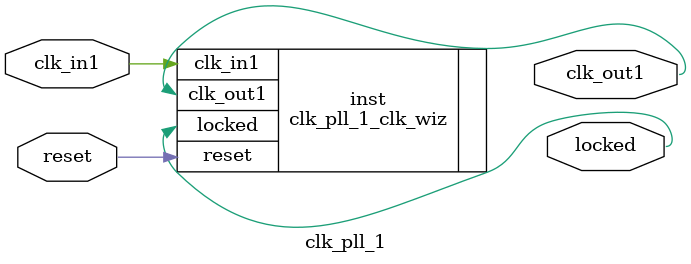
<source format=v>


`timescale 1ps/1ps

(* CORE_GENERATION_INFO = "clk_pll_1,clk_wiz_v5_4_2_0,{component_name=clk_pll_1,use_phase_alignment=true,use_min_o_jitter=false,use_max_i_jitter=false,use_dyn_phase_shift=false,use_inclk_switchover=false,use_dyn_reconfig=false,enable_axi=0,feedback_source=FDBK_AUTO,PRIMITIVE=PLL,num_out_clk=1,clkin1_period=10.000,clkin2_period=10.000,use_power_down=false,use_reset=true,use_locked=true,use_inclk_stopped=false,feedback_type=SINGLE,CLOCK_MGR_TYPE=NA,manual_override=false}" *)

module clk_pll_1 
 (
  // Clock out ports
  output        clk_out1,
  // Status and control signals
  input         reset,
  output        locked,
 // Clock in ports
  input         clk_in1
 );

  clk_pll_1_clk_wiz inst
  (
  // Clock out ports  
  .clk_out1(clk_out1),
  // Status and control signals               
  .reset(reset), 
  .locked(locked),
 // Clock in ports
  .clk_in1(clk_in1)
  );

endmodule

</source>
